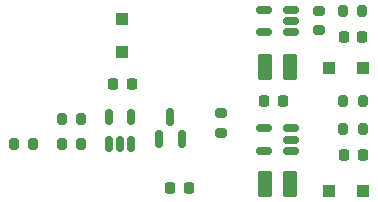
<source format=gbr>
%TF.GenerationSoftware,KiCad,Pcbnew,(6.0.2)*%
%TF.CreationDate,2022-09-06T11:12:12-04:00*%
%TF.ProjectId,PowerSupply,506f7765-7253-4757-9070-6c792e6b6963,rev?*%
%TF.SameCoordinates,Original*%
%TF.FileFunction,Paste,Top*%
%TF.FilePolarity,Positive*%
%FSLAX46Y46*%
G04 Gerber Fmt 4.6, Leading zero omitted, Abs format (unit mm)*
G04 Created by KiCad (PCBNEW (6.0.2)) date 2022-09-06 11:12:12*
%MOMM*%
%LPD*%
G01*
G04 APERTURE LIST*
G04 Aperture macros list*
%AMRoundRect*
0 Rectangle with rounded corners*
0 $1 Rounding radius*
0 $2 $3 $4 $5 $6 $7 $8 $9 X,Y pos of 4 corners*
0 Add a 4 corners polygon primitive as box body*
4,1,4,$2,$3,$4,$5,$6,$7,$8,$9,$2,$3,0*
0 Add four circle primitives for the rounded corners*
1,1,$1+$1,$2,$3*
1,1,$1+$1,$4,$5*
1,1,$1+$1,$6,$7*
1,1,$1+$1,$8,$9*
0 Add four rect primitives between the rounded corners*
20,1,$1+$1,$2,$3,$4,$5,0*
20,1,$1+$1,$4,$5,$6,$7,0*
20,1,$1+$1,$6,$7,$8,$9,0*
20,1,$1+$1,$8,$9,$2,$3,0*%
G04 Aperture macros list end*
%ADD10RoundRect,0.150000X0.512500X0.150000X-0.512500X0.150000X-0.512500X-0.150000X0.512500X-0.150000X0*%
%ADD11RoundRect,0.200000X0.200000X0.275000X-0.200000X0.275000X-0.200000X-0.275000X0.200000X-0.275000X0*%
%ADD12R,1.100000X1.100000*%
%ADD13RoundRect,0.250000X-0.375000X-0.850000X0.375000X-0.850000X0.375000X0.850000X-0.375000X0.850000X0*%
%ADD14RoundRect,0.200000X-0.200000X-0.275000X0.200000X-0.275000X0.200000X0.275000X-0.200000X0.275000X0*%
%ADD15RoundRect,0.150000X0.150000X-0.587500X0.150000X0.587500X-0.150000X0.587500X-0.150000X-0.587500X0*%
%ADD16RoundRect,0.225000X-0.225000X-0.250000X0.225000X-0.250000X0.225000X0.250000X-0.225000X0.250000X0*%
%ADD17RoundRect,0.225000X0.225000X0.250000X-0.225000X0.250000X-0.225000X-0.250000X0.225000X-0.250000X0*%
%ADD18RoundRect,0.200000X0.275000X-0.200000X0.275000X0.200000X-0.275000X0.200000X-0.275000X-0.200000X0*%
%ADD19RoundRect,0.200000X-0.275000X0.200000X-0.275000X-0.200000X0.275000X-0.200000X0.275000X0.200000X0*%
%ADD20RoundRect,0.150000X0.150000X-0.512500X0.150000X0.512500X-0.150000X0.512500X-0.150000X-0.512500X0*%
G04 APERTURE END LIST*
D10*
%TO.C,U1*%
X166669300Y-70419000D03*
X166669300Y-69469000D03*
X166669300Y-68519000D03*
X164394300Y-68519000D03*
X164394300Y-70419000D03*
%TD*%
D11*
%TO.C,R3*%
X172732200Y-78562200D03*
X171082200Y-78562200D03*
%TD*%
%TO.C,R1*%
X172706800Y-68580000D03*
X171056800Y-68580000D03*
%TD*%
D12*
%TO.C,D4*%
X172723000Y-73406000D03*
X169923000Y-73406000D03*
%TD*%
%TO.C,D5*%
X172723000Y-83820000D03*
X169923000Y-83820000D03*
%TD*%
D13*
%TO.C,L1*%
X164456800Y-73355200D03*
X166606800Y-73355200D03*
%TD*%
D14*
%TO.C,R5*%
X143193000Y-79877488D03*
X144843000Y-79877488D03*
%TD*%
D15*
%TO.C,Q1*%
X155514000Y-79474300D03*
X157414000Y-79474300D03*
X156464000Y-77599300D03*
%TD*%
D13*
%TO.C,L2*%
X164456800Y-83261200D03*
X166606800Y-83261200D03*
%TD*%
D12*
%TO.C,D1*%
X152400000Y-69262800D03*
X152400000Y-72062800D03*
%TD*%
D14*
%TO.C,R8*%
X147257000Y-77724000D03*
X148907000Y-77724000D03*
%TD*%
D16*
%TO.C,C1*%
X164401200Y-76200000D03*
X165951200Y-76200000D03*
%TD*%
D17*
%TO.C,C6*%
X172733000Y-80772000D03*
X171183000Y-80772000D03*
%TD*%
%TO.C,C3*%
X158014005Y-83566000D03*
X156464005Y-83566000D03*
%TD*%
%TO.C,C5*%
X172707600Y-70840600D03*
X171157600Y-70840600D03*
%TD*%
D18*
%TO.C,R6*%
X160719008Y-78930000D03*
X160719008Y-77280000D03*
%TD*%
D10*
%TO.C,U2*%
X166669300Y-80452000D03*
X166669300Y-79502000D03*
X166669300Y-78552000D03*
X164394300Y-78552000D03*
X164394300Y-80452000D03*
%TD*%
D17*
%TO.C,C4*%
X153175000Y-74777600D03*
X151625000Y-74777600D03*
%TD*%
D11*
%TO.C,R7*%
X148907000Y-79877488D03*
X147257000Y-79877488D03*
%TD*%
D19*
%TO.C,R2*%
X169062400Y-68593200D03*
X169062400Y-70243200D03*
%TD*%
D20*
%TO.C,IC1*%
X151261989Y-79877500D03*
X152211989Y-79877500D03*
X153161989Y-79877500D03*
X153161989Y-77602500D03*
X151261989Y-77602500D03*
%TD*%
D14*
%TO.C,R4*%
X171082200Y-76184608D03*
X172732200Y-76184608D03*
%TD*%
M02*

</source>
